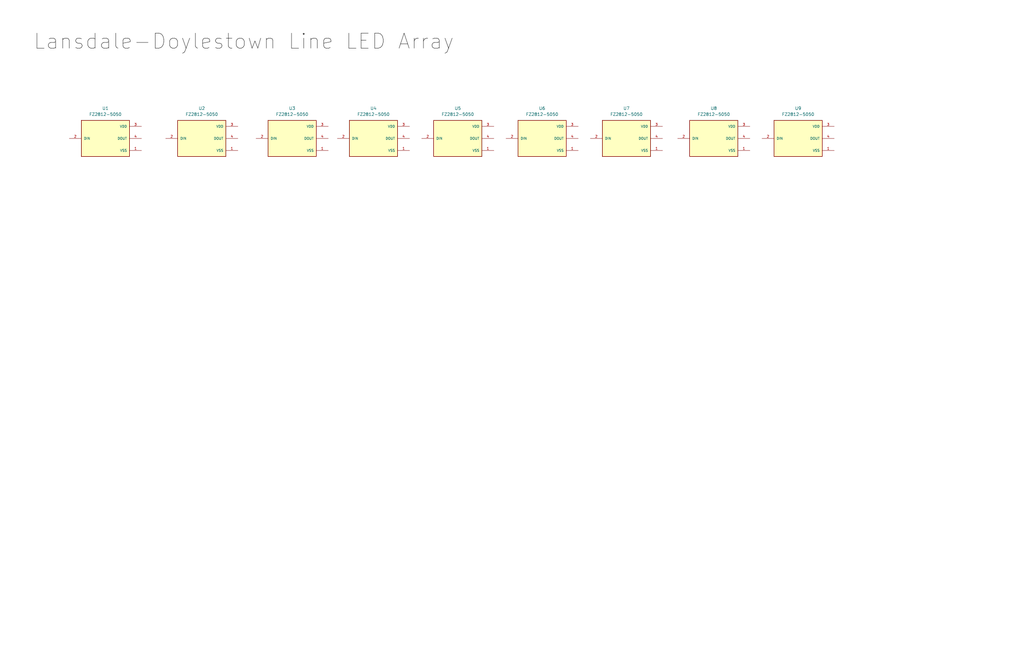
<source format=kicad_sch>
(kicad_sch (version 20231120) (generator "eeschema") (generator_version "8.0")
  (paper "B")
  (lib_symbols
    (symbol "TrainTrackr-lib:FZ2812-5050" (pin_names (offset 1.016))
      (property "Reference" "U" (at -10.16 7.62 0))
      (property "Value" "FZ2812-5050" (at -10.16 -10.16 0))
      (symbol "FZ2812-5050_0_0"
        (rectangle (start -10.16 -7.62) (end 10.16 7.62) (stroke (width 0.254)) (fill (type background)))
        (pin power_in line (at 15.24 -5.08 180) (length 5.08) (name "VSS") (number "1"))
        (pin input line (at -15.24 0 0) (length 5.08) (name "DIN") (number "2"))
        (pin power_in line (at 15.24 5.08 180) (length 5.08) (name "VDD") (number "3"))
        (pin output line (at 15.24 0 180) (length 5.08) (name "DOUT") (number "4"))
      )
    )
  )
  (label "Lansdale-Doylestown Line LED Array" (at 13.97 22.86 0) (effects (font (size 6.35 6.35))))
  (symbol (lib_id "TrainTrackr-lib:FZ2812-5050") (at 336.55 58.42 0) (unit 1)
    (property "Reference" "U9" (at 336.55 45.72 0))
    (property "Value" "FZ2812-5050" (at 336.55 48.26 0))
    (property "Footprint" "TrainTrackr-footprints:LED_FZ2812-5050" (effects (hide yes)))
    (property "Datasheet" "https://mm.digikey.com/Volume0/opasdata/d220001/medias/docus/5056/FZ2812-5050.pdf" (effects (hide yes)))
    (property "PARTREV" "1" (effects (hide yes)))
    (property "STANDARD" "Manufacturer Recommendations" (effects (hide yes)))
    (property "SNAPEDA_PN" "FZ2812-5050" (effects (hide yes)))
    (property "MAXIMUM_PACKAGE_HEIGHT" "1.6mm" (effects (hide yes)))
    (property "MANUFACTURER" "Feztek" (effects (hide yes)))
  )
  (symbol (lib_id "TrainTrackr-lib:FZ2812-5050") (at 123.19 58.42 0) (unit 1)
    (property "Reference" "U3" (at 123.19 45.72 0))
    (property "Value" "FZ2812-5050" (at 123.19 48.26 0))
    (property "Footprint" "TrainTrackr-footprints:LED_FZ2812-5050" (effects (hide yes)))
    (property "Datasheet" "https://mm.digikey.com/Volume0/opasdata/d220001/medias/docus/5056/FZ2812-5050.pdf" (effects (hide yes)))
    (property "PARTREV" "1" (effects (hide yes)))
    (property "STANDARD" "Manufacturer Recommendations" (effects (hide yes)))
    (property "SNAPEDA_PN" "FZ2812-5050" (effects (hide yes)))
    (property "MAXIMUM_PACKAGE_HEIGHT" "1.6mm" (effects (hide yes)))
    (property "MANUFACTURER" "Feztek" (effects (hide yes)))
  )
  (symbol (lib_id "TrainTrackr-lib:FZ2812-5050") (at 157.48 58.42 0) (unit 1)
    (property "Reference" "U4" (at 157.48 45.72 0))
    (property "Value" "FZ2812-5050" (at 157.48 48.26 0))
    (property "Footprint" "TrainTrackr-footprints:LED_FZ2812-5050" (effects (hide yes)))
    (property "Datasheet" "https://mm.digikey.com/Volume0/opasdata/d220001/medias/docus/5056/FZ2812-5050.pdf" (effects (hide yes)))
    (property "PARTREV" "1" (effects (hide yes)))
    (property "STANDARD" "Manufacturer Recommendations" (effects (hide yes)))
    (property "SNAPEDA_PN" "FZ2812-5050" (effects (hide yes)))
    (property "MAXIMUM_PACKAGE_HEIGHT" "1.6mm" (effects (hide yes)))
    (property "MANUFACTURER" "Feztek" (effects (hide yes)))
  )
  (symbol (lib_id "TrainTrackr-lib:FZ2812-5050") (at 193.04 58.42 0) (unit 1)
    (property "Reference" "U5" (at 193.04 45.72 0))
    (property "Value" "FZ2812-5050" (at 193.04 48.26 0))
    (property "Footprint" "TrainTrackr-footprints:LED_FZ2812-5050" (effects (hide yes)))
    (property "Datasheet" "https://mm.digikey.com/Volume0/opasdata/d220001/medias/docus/5056/FZ2812-5050.pdf" (effects (hide yes)))
    (property "PARTREV" "1" (effects (hide yes)))
    (property "STANDARD" "Manufacturer Recommendations" (effects (hide yes)))
    (property "SNAPEDA_PN" "FZ2812-5050" (effects (hide yes)))
    (property "MAXIMUM_PACKAGE_HEIGHT" "1.6mm" (effects (hide yes)))
    (property "MANUFACTURER" "Feztek" (effects (hide yes)))
  )
  (symbol (lib_id "TrainTrackr-lib:FZ2812-5050") (at 85.09 58.42 0) (unit 1)
    (property "Reference" "U2" (at 85.09 45.72 0))
    (property "Value" "FZ2812-5050" (at 85.09 48.26 0))
    (property "Footprint" "TrainTrackr-footprints:LED_FZ2812-5050" (effects (hide yes)))
    (property "Datasheet" "https://mm.digikey.com/Volume0/opasdata/d220001/medias/docus/5056/FZ2812-5050.pdf" (effects (hide yes)))
    (property "PARTREV" "1" (effects (hide yes)))
    (property "STANDARD" "Manufacturer Recommendations" (effects (hide yes)))
    (property "SNAPEDA_PN" "FZ2812-5050" (effects (hide yes)))
    (property "MAXIMUM_PACKAGE_HEIGHT" "1.6mm" (effects (hide yes)))
    (property "MANUFACTURER" "Feztek" (effects (hide yes)))
  )
  (symbol (lib_id "TrainTrackr-lib:FZ2812-5050") (at 44.45 58.42 0) (unit 1)
    (property "Reference" "U1" (at 44.45 45.72 0))
    (property "Value" "FZ2812-5050" (at 44.45 48.26 0))
    (property "Footprint" "TrainTrackr-footprints:LED_FZ2812-5050" (effects (hide yes)))
    (property "Datasheet" "https://mm.digikey.com/Volume0/opasdata/d220001/medias/docus/5056/FZ2812-5050.pdf" (effects (hide yes)))
    (property "PARTREV" "1" (effects (hide yes)))
    (property "STANDARD" "Manufacturer Recommendations" (effects (hide yes)))
    (property "SNAPEDA_PN" "FZ2812-5050" (effects (hide yes)))
    (property "MAXIMUM_PACKAGE_HEIGHT" "1.6mm" (effects (hide yes)))
    (property "MANUFACTURER" "Feztek" (effects (hide yes)))
  )
  (symbol (lib_id "TrainTrackr-lib:FZ2812-5050") (at 264.16 58.42 0) (unit 1)
    (property "Reference" "U7" (at 264.16 45.72 0))
    (property "Value" "FZ2812-5050" (at 264.16 48.26 0))
    (property "Footprint" "TrainTrackr-footprints:LED_FZ2812-5050" (effects (hide yes)))
    (property "Datasheet" "https://mm.digikey.com/Volume0/opasdata/d220001/medias/docus/5056/FZ2812-5050.pdf" (effects (hide yes)))
    (property "PARTREV" "1" (effects (hide yes)))
    (property "STANDARD" "Manufacturer Recommendations" (effects (hide yes)))
    (property "SNAPEDA_PN" "FZ2812-5050" (effects (hide yes)))
    (property "MAXIMUM_PACKAGE_HEIGHT" "1.6mm" (effects (hide yes)))
    (property "MANUFACTURER" "Feztek" (effects (hide yes)))
  )
  (symbol (lib_id "TrainTrackr-lib:FZ2812-5050") (at 228.6 58.42 0) (unit 1)
    (property "Reference" "U6" (at 228.6 45.72 0))
    (property "Value" "FZ2812-5050" (at 228.6 48.26 0))
    (property "Footprint" "TrainTrackr-footprints:LED_FZ2812-5050" (effects (hide yes)))
    (property "Datasheet" "https://mm.digikey.com/Volume0/opasdata/d220001/medias/docus/5056/FZ2812-5050.pdf" (effects (hide yes)))
    (property "PARTREV" "1" (effects (hide yes)))
    (property "STANDARD" "Manufacturer Recommendations" (effects (hide yes)))
    (property "SNAPEDA_PN" "FZ2812-5050" (effects (hide yes)))
    (property "MAXIMUM_PACKAGE_HEIGHT" "1.6mm" (effects (hide yes)))
    (property "MANUFACTURER" "Feztek" (effects (hide yes)))
  )
  (symbol (lib_id "TrainTrackr-lib:FZ2812-5050") (at 300.99 58.42 0) (unit 1)
    (property "Reference" "U8" (at 300.99 45.72 0))
    (property "Value" "FZ2812-5050" (at 300.99 48.26 0))
    (property "Footprint" "TrainTrackr-footprints:LED_FZ2812-5050" (effects (hide yes)))
    (property "Datasheet" "https://mm.digikey.com/Volume0/opasdata/d220001/medias/docus/5056/FZ2812-5050.pdf" (effects (hide yes)))
    (property "PARTREV" "1" (effects (hide yes)))
    (property "STANDARD" "Manufacturer Recommendations" (effects (hide yes)))
    (property "SNAPEDA_PN" "FZ2812-5050" (effects (hide yes)))
    (property "MAXIMUM_PACKAGE_HEIGHT" "1.6mm" (effects (hide yes)))
    (property "MANUFACTURER" "Feztek" (effects (hide yes)))
  )
)
</source>
